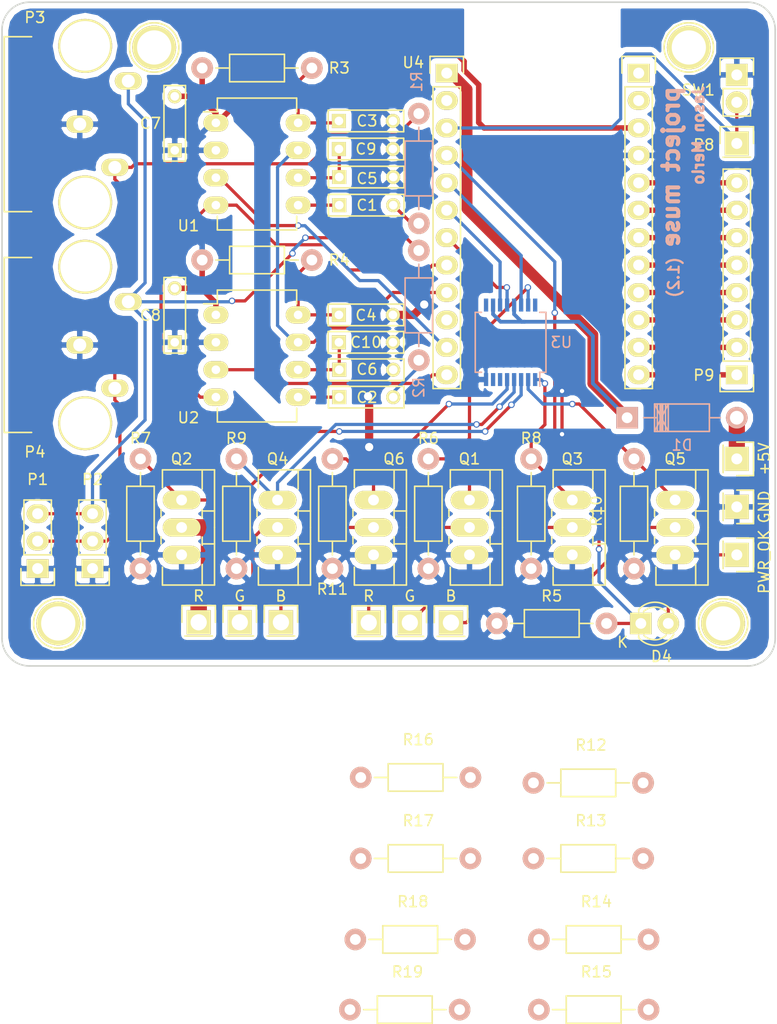
<source format=kicad_pcb>
(kicad_pcb (version 4) (host pcbnew 4.0.0-stable)
  (layers (0 F.Cu mixed) (31 B.Cu mixed) (34 B.Paste user) (35 F.Paste user) (36 B.SilkS user) (37 F.SilkS user) (38 B.Mask user) (39 F.Mask user) (44 Edge.Cuts user))
  (net 0 "")
  (net 1 "Net-(C1-Pad1)")
  (net 2 "Net-(C1-Pad2)")
  (net 3 "Net-(C2-Pad1)")
  (net 4 "Net-(C2-Pad2)")
  (net 5 "Net-(C3-Pad1)")
  (net 6 GND)
  (net 7 "Net-(C4-Pad1)")
  (net 8 "Net-(C5-Pad1)")
  (net 9 +5V)
  (net 10 "Net-(D1-Pad2)")
  (net 11 "Net-(D2-Pad2)")
  (net 12 "Net-(D3-Pad1)")
  (net 13 "Net-(D4-Pad1)")
  (net 14 "Net-(D5-Pad1)")
  (net 15 "Net-(D6-Pad1)")
  (net 16 "Net-(D7-Pad1)")
  (net 17 "Net-(D8-Pad1)")
  (net 18 /audio_l)
  (net 19 /audio_r)
  (net 20 "Net-(P8-Pad1)")
  (net 21 /LED_0)
  (net 22 /LED_1)
  (net 23 /LED_2)
  (net 24 /LED_3)
  (net 25 /LED_4)
  (net 26 /LED_5)
  (net 27 /LED_6)
  (net 28 /LED_7)
  (net 29 /LED_0_R)
  (net 30 /LED_1_R)
  (net 31 /LED_0_G)
  (net 32 /LED_1_G)
  (net 33 /LED_0_B)
  (net 34 /LED_1_B)
  (net 35 /Aout_L)
  (net 36 /STROBE)
  (net 37 /RST)
  (net 38 /Aout_R)
  (net 39 /RGB_CLK)
  (net 40 /RGB_LAT)
  (net 41 /RGB_DAT)
  (net 42 "Net-(C10-Pad1)")
  (net 43 /ATX_PWR_OK)
  (net 44 /ATX_PWR_ON)
  (net 45 "Net-(U3-Pad6)")
  (net 46 "Net-(U3-Pad7)")
  (net 47 "Net-(U3-Pad9)")
  (net 48 VCC)
  (net 49 /PS_ON)
  (net 50 "Net-(U4-Pad24)")
  (net 51 "Net-(U4-Pad23)")
  (net 52 +3.3V)
  (net 53 +12V)
  (net 54 "Net-(D1-Pad1)")
  (net 55 "Net-(D2-Pad1)")
  (net 56 "Net-(D4-Pad2)")
  (net 57 "Net-(P9-Pad1)")
  (net 58 "Net-(P9-Pad2)")
  (net 59 "Net-(P9-Pad3)")
  (net 60 "Net-(P9-Pad4)")
  (net 61 "Net-(P9-Pad5)")
  (net 62 "Net-(P9-Pad6)")
  (net 63 "Net-(P9-Pad7)")
  (net 64 "Net-(P9-Pad8)")
  (module Connect:1pin (layer F.Cu) (at 150.495 128.27)
    (fp_text reference REF** hide)
    (fp_text value 1pin)
    (pad 1 thru_hole circle (at 0 0) (size 4.064 4.064) (drill 3.17) (layers *.Cu *.Mask F.SilkS))
  )
  (module Connect:1pin (layer F.Cu) (at 88.9 128.27)
    (fp_text reference "" hide)
    (fp_text value 1pin)
    (pad 1 thru_hole circle (at 0 0) (size 4.064 4.064) (drill 3.17) (layers *.Cu *.Mask F.SilkS))
  )
  (module Pin_Headers:Pin_Header_Straight_1x01 (layer F.Cu) (at 101.911143 128.163701)
    (fp_text reference R (at 0 -2.433701) (layer F.SilkS))
    (fp_text value LED_R)
    (pad 1 thru_hole rect (at 0 0) (size 2.2352 2.2352) (drill 1.5) (layers *.Cu *.Mask F.SilkS) (net 13 "Net-(D4-Pad1)"))
  )
  (module Connect:1pin (layer F.Cu) (at 97.79 74.93)
    (fp_text reference REF** hide)
    (fp_text value 1pin)
    (pad 1 thru_hole circle (at 0 0) (size 4.064 4.064) (drill 3.17) (layers *.Cu *.Mask F.SilkS))
  )
  (module Pin_Headers:Spark_Core (layer F.Cu) (at 124.894362 77.305728)
    (fp_text reference U4 (at -3.101362 -0.978728) (layer F.SilkS))
    (fp_text value Spark_Core)
    (pad 1 thru_hole rect (at 0 0) (size 2.032 1.7272) (drill 1.016) (layers *.Cu *.Mask F.SilkS) (net 9 +5V))
    (pad 2 thru_hole oval (at 0 2.54) (size 2.032 1.7272) (drill 1.016) (layers *.Cu *.Mask F.SilkS) (net 6 GND))
    (pad 3 thru_hole oval (at 0 5.08) (size 2.032 1.7272) (drill 1.016) (layers *.Cu *.Mask F.SilkS) (net 44 /ATX_PWR_ON))
    (pad 4 thru_hole oval (at 0 7.62) (size 2.032 1.7272) (drill 1.016) (layers *.Cu *.Mask F.SilkS) (net 43 /ATX_PWR_OK))
    (pad 5 thru_hole oval (at 0 10.16) (size 2.032 1.7272) (drill 1.016) (layers *.Cu *.Mask F.SilkS) (net 41 /RGB_DAT))
    (pad 6 thru_hole oval (at 0 12.7) (size 2.032 1.7272) (drill 1.016) (layers *.Cu *.Mask F.SilkS) (net 39 /RGB_CLK))
    (pad 7 thru_hole oval (at 0 15.24) (size 2.032 1.7272) (drill 1.016) (layers *.Cu *.Mask F.SilkS) (net 40 /RGB_LAT))
    (pad 8 thru_hole oval (at 0 17.78) (size 2.032 1.7272) (drill 1.016) (layers *.Cu *.Mask F.SilkS) (net 36 /STROBE))
    (pad 9 thru_hole oval (at 0 20.32) (size 2.032 1.7272) (drill 1.016) (layers *.Cu *.Mask F.SilkS) (net 37 /RST))
    (pad 10 thru_hole oval (at 0 22.86) (size 2.032 1.7272) (drill 1.016) (layers *.Cu *.Mask F.SilkS) (net 49 /PS_ON))
    (pad 11 thru_hole oval (at 0 25.4) (size 2.032 1.7272) (drill 1.016) (layers *.Cu *.Mask F.SilkS) (net 35 /Aout_L))
    (pad 12 thru_hole oval (at 0 27.94) (size 2.032 1.7272) (drill 1.016) (layers *.Cu *.Mask F.SilkS) (net 38 /Aout_R))
    (pad 24 thru_hole rect (at 17.78 0) (size 2.032 1.7272) (drill 1.016) (layers *.Cu *.Mask F.SilkS) (net 50 "Net-(U4-Pad24)"))
    (pad 18 thru_hole oval (at 17.78 15.24) (size 2.032 1.7272) (drill 1.016) (layers *.Cu *.Mask F.SilkS) (net 26 /LED_5))
    (pad 17 thru_hole oval (at 17.78 17.78) (size 2.032 1.7272) (drill 1.016) (layers *.Cu *.Mask F.SilkS) (net 25 /LED_4))
    (pad 19 thru_hole oval (at 17.78 12.7) (size 2.032 1.7272) (drill 1.016) (layers *.Cu *.Mask F.SilkS) (net 27 /LED_6))
    (pad 16 thru_hole oval (at 17.78 20.32) (size 2.032 1.7272) (drill 1.016) (layers *.Cu *.Mask F.SilkS) (net 24 /LED_3))
    (pad 21 thru_hole oval (at 17.78 7.62) (size 2.032 1.7272) (drill 1.016) (layers *.Cu *.Mask F.SilkS) (net 6 GND))
    (pad 22 thru_hole oval (at 17.78 5.08) (size 2.032 1.7272) (drill 1.016) (layers *.Cu *.Mask F.SilkS) (net 52 +3.3V))
    (pad 23 thru_hole oval (at 17.78 2.54) (size 2.032 1.7272) (drill 1.016) (layers *.Cu *.Mask F.SilkS) (net 51 "Net-(U4-Pad23)"))
    (pad 20 thru_hole oval (at 17.78 10.16) (size 2.032 1.7272) (drill 1.016) (layers *.Cu *.Mask F.SilkS) (net 28 /LED_7))
    (pad 14 thru_hole oval (at 17.78 25.4) (size 2.032 1.7272) (drill 1.016) (layers *.Cu *.Mask F.SilkS) (net 22 /LED_1))
    (pad 15 thru_hole oval (at 17.78 22.86) (size 2.032 1.7272) (drill 1.016) (layers *.Cu *.Mask F.SilkS) (net 23 /LED_2))
    (pad 13 thru_hole oval (at 17.78 27.94) (size 2.032 1.7272) (drill 1.016) (layers *.Cu *.Mask F.SilkS) (net 21 /LED_0))
  )
  (module Capacitors_ThroughHole:C_Rect_L7_W2_P5 (layer F.Cu) (at 114.935 89.535)
    (fp_text reference C1 (at 2.57 0) (layer F.SilkS))
    (fp_text value 0.01uF)
    (pad 1 thru_hole rect (at 0 0) (size 1.3 1.3) (drill 0.8) (layers *.Cu *.Mask F.SilkS) (net 1 "Net-(C1-Pad1)"))
    (pad 2 thru_hole circle (at 5 0) (size 1.3 1.3) (drill 0.8) (layers *.Cu *.Mask F.SilkS) (net 2 "Net-(C1-Pad2)"))
  )
  (module Capacitors_ThroughHole:C_Rect_L7_W2_P5 (layer F.Cu) (at 114.935 107.315)
    (fp_text reference C2 (at 2.57 0.02) (layer F.SilkS))
    (fp_text value 0.01uF)
    (pad 1 thru_hole rect (at 0 0) (size 1.3 1.3) (drill 0.8) (layers *.Cu *.Mask F.SilkS) (net 3 "Net-(C2-Pad1)"))
    (pad 2 thru_hole circle (at 5 0) (size 1.3 1.3) (drill 0.8) (layers *.Cu *.Mask F.SilkS) (net 4 "Net-(C2-Pad2)"))
  )
  (module Capacitors_ThroughHole:C_Rect_L7_W2_P5 (layer F.Cu) (at 114.905 81.735)
    (fp_text reference C3 (at 2.6 0) (layer F.SilkS))
    (fp_text value 33pF)
    (pad 1 thru_hole rect (at 0 0) (size 1.3 1.3) (drill 0.8) (layers *.Cu *.Mask F.SilkS) (net 5 "Net-(C3-Pad1)"))
    (pad 2 thru_hole circle (at 5 0) (size 1.3 1.3) (drill 0.8) (layers *.Cu *.Mask F.SilkS) (net 6 GND))
  )
  (module Capacitors_ThroughHole:C_Rect_L7_W2_P5 (layer F.Cu) (at 114.905 99.695)
    (fp_text reference C4 (at 2.5 0.04) (layer F.SilkS))
    (fp_text value 33pF)
    (pad 1 thru_hole rect (at 0 0) (size 1.3 1.3) (drill 0.8) (layers *.Cu *.Mask F.SilkS) (net 7 "Net-(C4-Pad1)"))
    (pad 2 thru_hole circle (at 5 0) (size 1.3 1.3) (drill 0.8) (layers *.Cu *.Mask F.SilkS) (net 6 GND))
  )
  (module Capacitors_ThroughHole:C_Rect_L7_W2_P5 (layer F.Cu) (at 114.935 86.9315)
    (fp_text reference C5 (at 2.57 0.14) (layer F.SilkS))
    (fp_text value 0.1uF)
    (pad 1 thru_hole rect (at 0 0) (size 1.3 1.3) (drill 0.8) (layers *.Cu *.Mask F.SilkS) (net 8 "Net-(C5-Pad1)"))
    (pad 2 thru_hole circle (at 5 0) (size 1.3 1.3) (drill 0.8) (layers *.Cu *.Mask F.SilkS) (net 6 GND))
  )
  (module Capacitors_ThroughHole:C_Rect_L7_W2_P5 (layer F.Cu) (at 114.935 104.775)
    (fp_text reference C6 (at 2.57 -0.04) (layer F.SilkS))
    (fp_text value 0.1uF)
    (pad 1 thru_hole rect (at 0 0) (size 1.3 1.3) (drill 0.8) (layers *.Cu *.Mask F.SilkS) (net 42 "Net-(C10-Pad1)"))
    (pad 2 thru_hole circle (at 5 0) (size 1.3 1.3) (drill 0.8) (layers *.Cu *.Mask F.SilkS) (net 6 GND))
  )
  (module Capacitors_ThroughHole:C_Rect_L7_W2_P5 (layer F.Cu) (at 99.695 84.455 90)
    (fp_text reference C7 (at 2.5 -2.25 180) (layer F.SilkS))
    (fp_text value 0.1uF)
    (pad 1 thru_hole rect (at 0 0 90) (size 1.3 1.3) (drill 0.8) (layers *.Cu *.Mask F.SilkS) (net 6 GND))
    (pad 2 thru_hole circle (at 5 0 90) (size 1.3 1.3) (drill 0.8) (layers *.Cu *.Mask F.SilkS) (net 52 +3.3V))
  )
  (module Capacitors_ThroughHole:C_Rect_L7_W2_P5 (layer F.Cu) (at 99.695 102.235 90)
    (fp_text reference C8 (at 2.5 -2.25 180) (layer F.SilkS))
    (fp_text value 0.1uF)
    (pad 1 thru_hole rect (at 0 0 90) (size 1.3 1.3) (drill 0.8) (layers *.Cu *.Mask F.SilkS) (net 6 GND))
    (pad 2 thru_hole circle (at 5 0 90) (size 1.3 1.3) (drill 0.8) (layers *.Cu *.Mask F.SilkS) (net 52 +3.3V))
  )
  (module Diodes_ThroughHole:Diode_DO-41_SOD81_Horizontal_RM10 (layer B.Cu) (at 141.605 109.21746)
    (fp_text reference D1 (at 5.08 2.54254) (layer B.SilkS) (effects (justify mirror)))
    (fp_text value LED_R)
    (pad 2 thru_hole circle (at 10.16 0.00254 180) (size 1.99898 1.99898) (drill 1.27) (layers *.Cu *.Mask B.SilkS) (net 53 +12V))
    (pad 1 thru_hole rect (at 0 0.00254 180) (size 1.99898 1.99898) (drill 1.00076) (layers *.Cu *.Mask B.SilkS) (net 54 "Net-(D1-Pad1)"))
  )
  (module Pin_Headers:Pin_Header_Straight_1x01 (layer F.Cu) (at 117.663459 128.195719)
    (fp_text reference R (at 0 -2.465719) (layer F.SilkS))
    (fp_text value LED_R)
    (pad 1 thru_hole rect (at 0 0) (size 2.2352 2.2352) (drill 1.5) (layers *.Cu *.Mask F.SilkS) (net 12 "Net-(D3-Pad1)"))
  )
  (module Pin_Headers:Pin_Header_Straight_1x01 (layer F.Cu) (at 121.473459 128.195719)
    (fp_text reference G (at 0 -2.465719) (layer F.SilkS))
    (fp_text value LED_G)
    (pad 1 thru_hole rect (at 0 0) (size 2.2352 2.2352) (drill 1.5) (layers *.Cu *.Mask F.SilkS) (net 14 "Net-(D5-Pad1)"))
  )
  (module Pin_Headers:Pin_Header_Straight_1x01 (layer F.Cu) (at 105.721143 128.163701)
    (fp_text reference G (at 0 -2.433701) (layer F.SilkS))
    (fp_text value LED_G)
    (pad 1 thru_hole rect (at 0 0) (size 2.2352 2.2352) (drill 1.5) (layers *.Cu *.Mask F.SilkS) (net 15 "Net-(D6-Pad1)"))
  )
  (module Pin_Headers:Pin_Header_Straight_1x01 (layer F.Cu) (at 125.283459 128.195719)
    (fp_text reference B (at 0 -2.465719) (layer F.SilkS))
    (fp_text value LED_B)
    (pad 1 thru_hole rect (at 0 0) (size 2.2352 2.2352) (drill 1.5) (layers *.Cu *.Mask F.SilkS) (net 16 "Net-(D7-Pad1)"))
  )
  (module Pin_Headers:Pin_Header_Straight_1x01 (layer F.Cu) (at 109.531143 128.163701)
    (fp_text reference B (at 0 -2.433701) (layer F.SilkS))
    (fp_text value LED_B)
    (pad 1 thru_hole rect (at 0 0) (size 2.2352 2.2352) (drill 1.5) (layers *.Cu *.Mask F.SilkS) (net 17 "Net-(D8-Pad1)"))
  )
  (module Pin_Headers:Pin_Header_Straight_1x03 (layer F.Cu) (at 86.995 123.19 180)
    (fp_text reference P1 (at 0 8.255 180) (layer F.SilkS))
    (fp_text value 3.5mm_line)
    (pad 1 thru_hole rect (at 0 0 180) (size 2.032 1.7272) (drill 1.016) (layers *.Cu *.Mask F.SilkS) (net 6 GND))
    (pad 2 thru_hole oval (at 0 2.54 180) (size 2.032 1.7272) (drill 1.016) (layers *.Cu *.Mask F.SilkS) (net 18 /audio_l))
    (pad 3 thru_hole oval (at 0 5.08 180) (size 2.032 1.7272) (drill 1.016) (layers *.Cu *.Mask F.SilkS) (net 19 /audio_r))
  )
  (module Pin_Headers:Pin_Header_Straight_1x03 (layer F.Cu) (at 92.075 123.19 180)
    (fp_text reference P2 (at 0 8.255 180) (layer F.SilkS))
    (fp_text value 3.5mm_line)
    (pad 1 thru_hole rect (at 0 0 180) (size 2.032 1.7272) (drill 1.016) (layers *.Cu *.Mask F.SilkS) (net 6 GND))
    (pad 2 thru_hole oval (at 0 2.54 180) (size 2.032 1.7272) (drill 1.016) (layers *.Cu *.Mask F.SilkS) (net 18 /audio_l))
    (pad 3 thru_hole oval (at 0 5.08 180) (size 2.032 1.7272) (drill 1.016) (layers *.Cu *.Mask F.SilkS) (net 19 /audio_r))
  )
  (module Pin_Headers:Pin_Header_Straight_1x01 (layer F.Cu) (at 151.765 121.92 270)
    (fp_text reference PWR_OK (at 0.635 -2.54 270) (layer F.SilkS))
    (fp_text value ATX_PWR_OK)
    (pad 1 thru_hole rect (at 0 0 270) (size 2.2352 2.2352) (drill 1.016) (layers *.Cu *.Mask F.SilkS) (net 11 "Net-(D2-Pad2)"))
  )
  (module Pin_Headers:Pin_Header_Straight_1x01 (layer F.Cu) (at 151.765 113.03 270)
    (fp_text reference +5V (at 0 -2.54 270) (layer F.SilkS))
    (fp_text value ATX_PWR)
    (pad 1 thru_hole rect (at 0 0 270) (size 2.2352 2.2352) (drill 1.016) (layers *.Cu *.Mask F.SilkS) (net 10 "Net-(D1-Pad2)"))
  )
  (module Pin_Headers:Pin_Header_Straight_1x01 (layer F.Cu) (at 151.765 117.475 270)
    (fp_text reference GND (at 0 -2.54 270) (layer F.SilkS))
    (fp_text value ATX_GND)
    (pad 1 thru_hole rect (at 0 0 270) (size 2.2352 2.2352) (drill 1.016) (layers *.Cu *.Mask F.SilkS) (net 6 GND))
  )
  (module Pin_Headers:Pin_Header_Straight_1x01 (layer F.Cu) (at 151.765 83.82)
    (fp_text reference P8 (at -3.048 0.127) (layer F.SilkS))
    (fp_text value ATX_PS_ON)
    (pad 1 thru_hole rect (at 0 0) (size 2.2352 2.2352) (drill 1.016) (layers *.Cu *.Mask F.SilkS) (net 44 /ATX_PWR_ON))
  )
  (module Pin_Headers:Pin_Header_Straight_1x08 (layer F.Cu) (at 151.765 105.245728 180)
    (fp_text reference P9 (at 3.048 -0.037272 180) (layer F.SilkS))
    (fp_text value LED_Signal)
    (pad 1 thru_hole rect (at 0 0 180) (size 2.032 1.7272) (drill 1.016) (layers *.Cu *.Mask F.SilkS) (net 57 "Net-(P9-Pad1)"))
    (pad 2 thru_hole oval (at 0 2.54 180) (size 2.032 1.7272) (drill 1.016) (layers *.Cu *.Mask F.SilkS) (net 58 "Net-(P9-Pad2)"))
    (pad 3 thru_hole oval (at 0 5.08 180) (size 2.032 1.7272) (drill 1.016) (layers *.Cu *.Mask F.SilkS) (net 59 "Net-(P9-Pad3)"))
    (pad 4 thru_hole oval (at 0 7.62 180) (size 2.032 1.7272) (drill 1.016) (layers *.Cu *.Mask F.SilkS) (net 60 "Net-(P9-Pad4)"))
    (pad 5 thru_hole oval (at 0 10.16 180) (size 2.032 1.7272) (drill 1.016) (layers *.Cu *.Mask F.SilkS) (net 61 "Net-(P9-Pad5)"))
    (pad 6 thru_hole oval (at 0 12.7 180) (size 2.032 1.7272) (drill 1.016) (layers *.Cu *.Mask F.SilkS) (net 62 "Net-(P9-Pad6)"))
    (pad 7 thru_hole oval (at 0 15.24 180) (size 2.032 1.7272) (drill 1.016) (layers *.Cu *.Mask F.SilkS) (net 63 "Net-(P9-Pad7)"))
    (pad 8 thru_hole oval (at 0 17.78 180) (size 2.032 1.7272) (drill 1.016) (layers *.Cu *.Mask F.SilkS) (net 64 "Net-(P9-Pad8)"))
  )
  (module Resistors_ThroughHole:Resistor_Horizontal_RM10mm (layer B.Cu) (at 122.305 86.135 90)
    (fp_text reference R1 (at 8.03 -0.1945 90) (layer B.SilkS) (effects (justify mirror)))
    (fp_text value 22k)
    (pad 1 thru_hole circle (at -5.08 0 90) (size 1.99898 1.99898) (drill 1.00076) (layers *.Cu *.SilkS *.Mask) (net 2 "Net-(C1-Pad2)"))
    (pad 2 thru_hole circle (at 5.08 0 90) (size 1.99898 1.99898) (drill 1.00076) (layers *.Cu *.SilkS *.Mask) (net 18 /audio_l))
  )
  (module Resistors_ThroughHole:Resistor_Horizontal_RM10mm (layer B.Cu) (at 122.305 98.815 270)
    (fp_text reference R2 (at 7.611 0.004 270) (layer B.SilkS) (effects (justify mirror)))
    (fp_text value 22k)
    (pad 1 thru_hole circle (at -5.08 0 270) (size 1.99898 1.99898) (drill 1.00076) (layers *.Cu *.SilkS *.Mask) (net 19 /audio_r))
    (pad 2 thru_hole circle (at 5.08 0 270) (size 1.99898 1.99898) (drill 1.00076) (layers *.Cu *.SilkS *.Mask) (net 4 "Net-(C2-Pad2)"))
  )
  (module Resistors_ThroughHole:Resistor_Horizontal_RM10mm (layer F.Cu) (at 107.315 76.835 180)
    (fp_text reference R3 (at -7.62 0 180) (layer F.SilkS))
    (fp_text value 200k)
    (pad 1 thru_hole circle (at -5.08 0 180) (size 1.99898 1.99898) (drill 1.00076) (layers *.Cu *.SilkS *.Mask) (net 5 "Net-(C3-Pad1)"))
    (pad 2 thru_hole circle (at 5.08 0 180) (size 1.99898 1.99898) (drill 1.00076) (layers *.Cu *.SilkS *.Mask) (net 52 +3.3V))
  )
  (module Resistors_ThroughHole:Resistor_Horizontal_RM10mm (layer F.Cu) (at 107.315 94.615 180)
    (fp_text reference R4 (at -7.62 0 180) (layer F.SilkS))
    (fp_text value 200k)
    (pad 1 thru_hole circle (at -5.08 0 180) (size 1.99898 1.99898) (drill 1.00076) (layers *.Cu *.SilkS *.Mask) (net 7 "Net-(C4-Pad1)"))
    (pad 2 thru_hole circle (at 5.08 0 180) (size 1.99898 1.99898) (drill 1.00076) (layers *.Cu *.SilkS *.Mask) (net 52 +3.3V))
  )
  (module Resistors_ThroughHole:Resistor_Horizontal_RM10mm (layer F.Cu) (at 134.62 128.27)
    (fp_text reference R5 (at 0 -2.54) (layer F.SilkS))
    (fp_text value 470)
    (pad 1 thru_hole circle (at -5.08 0) (size 1.99898 1.99898) (drill 1.00076) (layers *.Cu *.SilkS *.Mask) (net 6 GND))
    (pad 2 thru_hole circle (at 5.08 0) (size 1.99898 1.99898) (drill 1.00076) (layers *.Cu *.SilkS *.Mask) (net 56 "Net-(D4-Pad2)"))
  )
  (module Resistors_ThroughHole:Resistor_Horizontal_RM10mm (layer F.Cu) (at 123.19 118.11 90)
    (fp_text reference R6 (at 6.985 0 180) (layer F.SilkS))
    (fp_text value 10k)
    (pad 1 thru_hole circle (at -5.08 0 90) (size 1.99898 1.99898) (drill 1.00076) (layers *.Cu *.SilkS *.Mask) (net 6 GND))
    (pad 2 thru_hole circle (at 5.08 0 90) (size 1.99898 1.99898) (drill 1.00076) (layers *.Cu *.SilkS *.Mask) (net 29 /LED_0_R))
  )
  (module Resistors_ThroughHole:Resistor_Horizontal_RM10mm (layer F.Cu) (at 96.52 118.11 90)
    (fp_text reference R7 (at 6.985 0 180) (layer F.SilkS))
    (fp_text value 10k)
    (pad 1 thru_hole circle (at -5.08 0 90) (size 1.99898 1.99898) (drill 1.00076) (layers *.Cu *.SilkS *.Mask) (net 6 GND))
    (pad 2 thru_hole circle (at 5.08 0 90) (size 1.99898 1.99898) (drill 1.00076) (layers *.Cu *.SilkS *.Mask) (net 30 /LED_1_R))
  )
  (module Resistors_ThroughHole:Resistor_Horizontal_RM10mm (layer F.Cu) (at 132.715 118.11 90)
    (fp_text reference R8 (at 6.985 0 180) (layer F.SilkS))
    (fp_text value 10k)
    (pad 1 thru_hole circle (at -5.08 0 90) (size 1.99898 1.99898) (drill 1.00076) (layers *.Cu *.SilkS *.Mask) (net 6 GND))
    (pad 2 thru_hole circle (at 5.08 0 90) (size 1.99898 1.99898) (drill 1.00076) (layers *.Cu *.SilkS *.Mask) (net 31 /LED_0_G))
  )
  (module Resistors_ThroughHole:Resistor_Horizontal_RM10mm (layer F.Cu) (at 105.41 118.11 90)
    (fp_text reference R9 (at 6.985 0 180) (layer F.SilkS))
    (fp_text value 10k)
    (pad 1 thru_hole circle (at -5.08 0 90) (size 1.99898 1.99898) (drill 1.00076) (layers *.Cu *.SilkS *.Mask) (net 6 GND))
    (pad 2 thru_hole circle (at 5.08 0 90) (size 1.99898 1.99898) (drill 1.00076) (layers *.Cu *.SilkS *.Mask) (net 32 /LED_1_G))
  )
  (module Resistors_ThroughHole:Resistor_Horizontal_RM10mm (layer F.Cu) (at 142.24 118.11 90)
    (fp_text reference R10 (at 0.24892 -3.50012 90) (layer F.SilkS))
    (fp_text value 10k)
    (pad 1 thru_hole circle (at -5.08 0 90) (size 1.99898 1.99898) (drill 1.00076) (layers *.Cu *.SilkS *.Mask) (net 6 GND))
    (pad 2 thru_hole circle (at 5.08 0 90) (size 1.99898 1.99898) (drill 1.00076) (layers *.Cu *.SilkS *.Mask) (net 33 /LED_0_B))
  )
  (module Resistors_ThroughHole:Resistor_Horizontal_RM10mm (layer F.Cu) (at 114.3 118.11 90)
    (fp_text reference R11 (at -6.985 0 180) (layer F.SilkS))
    (fp_text value 10k)
    (pad 1 thru_hole circle (at -5.08 0 90) (size 1.99898 1.99898) (drill 1.00076) (layers *.Cu *.SilkS *.Mask) (net 6 GND))
    (pad 2 thru_hole circle (at 5.08 0 90) (size 1.99898 1.99898) (drill 1.00076) (layers *.Cu *.SilkS *.Mask) (net 34 /LED_1_B))
  )
  (module Pin_Headers:Pin_Header_Straight_1x02 (layer F.Cu) (at 151.765 77.47)
    (fp_text reference SW1 (at -3.556 1.397) (layer F.SilkS))
    (fp_text value PWR_SW)
    (pad 1 thru_hole rect (at 0 0) (size 2.032 2.032) (drill 1.016) (layers *.Cu *.Mask F.SilkS) (net 6 GND))
    (pad 2 thru_hole oval (at 0 2.54) (size 2.032 2.032) (drill 1.016) (layers *.Cu *.Mask F.SilkS) (net 20 "Net-(P8-Pad1)"))
  )
  (module Housings_DIP:DIP-8_W7.62mm_LongPads (layer F.Cu) (at 103.505 81.915)
    (fp_text reference U1 (at -2.54 9.525) (layer F.SilkS))
    (fp_text value MSGEQ7)
    (pad 1 thru_hole oval (at 0 0) (size 2.3 1.6) (drill 0.8) (layers *.Cu *.Mask F.SilkS) (net 52 +3.3V))
    (pad 2 thru_hole oval (at 0 2.54) (size 2.3 1.6) (drill 0.8) (layers *.Cu *.Mask F.SilkS) (net 6 GND))
    (pad 3 thru_hole oval (at 0 5.08) (size 2.3 1.6) (drill 0.8) (layers *.Cu *.Mask F.SilkS) (net 35 /Aout_L))
    (pad 4 thru_hole oval (at 0 7.62) (size 2.3 1.6) (drill 0.8) (layers *.Cu *.Mask F.SilkS) (net 36 /STROBE))
    (pad 5 thru_hole oval (at 7.62 7.62) (size 2.3 1.6) (drill 0.8) (layers *.Cu *.Mask F.SilkS) (net 1 "Net-(C1-Pad1)"))
    (pad 6 thru_hole oval (at 7.62 5.08) (size 2.3 1.6) (drill 0.8) (layers *.Cu *.Mask F.SilkS) (net 8 "Net-(C5-Pad1)"))
    (pad 7 thru_hole oval (at 7.62 2.54) (size 2.3 1.6) (drill 0.8) (layers *.Cu *.Mask F.SilkS) (net 37 /RST))
    (pad 8 thru_hole oval (at 7.62 0) (size 2.3 1.6) (drill 0.8) (layers *.Cu *.Mask F.SilkS) (net 5 "Net-(C3-Pad1)"))
  )
  (module Housings_DIP:DIP-8_W7.62mm_LongPads (layer F.Cu) (at 103.505 99.695)
    (fp_text reference U2 (at -2.54 9.525) (layer F.SilkS))
    (fp_text value MSGEQ7)
    (pad 1 thru_hole oval (at 0 0) (size 2.3 1.6) (drill 0.8) (layers *.Cu *.Mask F.SilkS) (net 52 +3.3V))
    (pad 2 thru_hole oval (at 0 2.54) (size 2.3 1.6) (drill 0.8) (layers *.Cu *.Mask F.SilkS) (net 6 GND))
    (pad 3 thru_hole oval (at 0 5.08) (size 2.3 1.6) (drill 0.8) (layers *.Cu *.Mask F.SilkS) (net 38 /Aout_R))
    (pad 4 thru_hole oval (at 0 7.62) (size 2.3 1.6) (drill 0.8) (layers *.Cu *.Mask F.SilkS) (net 36 /STROBE))
    (pad 5 thru_hole oval (at 7.62 7.62) (size 2.3 1.6) (drill 0.8) (layers *.Cu *.Mask F.SilkS) (net 3 "Net-(C2-Pad1)"))
    (pad 6 thru_hole oval (at 7.62 5.08) (size 2.3 1.6) (drill 0.8) (layers *.Cu *.Mask F.SilkS) (net 42 "Net-(C10-Pad1)"))
    (pad 7 thru_hole oval (at 7.62 2.54) (size 2.3 1.6) (drill 0.8) (layers *.Cu *.Mask F.SilkS) (net 37 /RST))
    (pad 8 thru_hole oval (at 7.62 0) (size 2.3 1.6) (drill 0.8) (layers *.Cu *.Mask F.SilkS) (net 7 "Net-(C4-Pad1)"))
  )
  (module Housings_SSOP:SSOP-16_5.3x6.2mm_Pitch0.65mm (layer B.Cu) (at 130.81 102.235 90)
    (fp_text reference U3 (at 0 4.699 180) (layer B.SilkS) (effects (justify mirror)))
    (fp_text value 74LS595)
    (pad 1 smd rect (at -3.45 2.275 90) (size 1.2 0.4) (layers B.Cu B.Paste B.Mask) (net 31 /LED_0_G))
    (pad 2 smd rect (at -3.45 1.625 90) (size 1.2 0.4) (layers B.Cu B.Paste B.Mask) (net 33 /LED_0_B))
    (pad 3 smd rect (at -3.45 0.975 90) (size 1.2 0.4) (layers B.Cu B.Paste B.Mask) (net 30 /LED_1_R))
    (pad 4 smd rect (at -3.45 0.325 90) (size 1.2 0.4) (layers B.Cu B.Paste B.Mask) (net 32 /LED_1_G))
    (pad 5 smd rect (at -3.45 -0.325 90) (size 1.2 0.4) (layers B.Cu B.Paste B.Mask) (net 34 /LED_1_B))
    (pad 6 smd rect (at -3.45 -0.975 90) (size 1.2 0.4) (layers B.Cu B.Paste B.Mask) (net 45 "Net-(U3-Pad6)"))
    (pad 7 smd rect (at -3.45 -1.625 90) (size 1.2 0.4) (layers B.Cu B.Paste B.Mask) (net 46 "Net-(U3-Pad7)"))
    (pad 8 smd rect (at -3.45 -2.275 90) (size 1.2 0.4) (layers B.Cu B.Paste B.Mask) (net 6 GND))
    (pad 9 smd rect (at 3.45 -2.275 90) (size 1.2 0.4) (layers B.Cu B.Paste B.Mask) (net 47 "Net-(U3-Pad9)"))
    (pad 10 smd rect (at 3.45 -1.625 90) (size 1.2 0.4) (layers B.Cu B.Paste B.Mask) (net 9 +5V))
    (pad 11 smd rect (at 3.45 -0.975 90) (size 1.2 0.4) (layers B.Cu B.Paste B.Mask) (net 39 /RGB_CLK))
    (pad 12 smd rect (at 3.45 -0.325 90) (size 1.2 0.4) (layers B.Cu B.Paste B.Mask) (net 40 /RGB_LAT))
    (pad 13 smd rect (at 3.45 0.325 90) (size 1.2 0.4) (layers B.Cu B.Paste B.Mask) (net 9 +5V))
    (pad 14 smd rect (at 3.45 0.975 90) (size 1.2 0.4) (layers B.Cu B.Paste B.Mask) (net 41 /RGB_DAT))
    (pad 15 smd rect (at 3.45 1.625 90) (size 1.2 0.4) (layers B.Cu B.Paste B.Mask) (net 29 /LED_0_R))
    (pad 16 smd rect (at 3.45 2.275 90) (size 1.2 0.4) (layers B.Cu B.Paste B.Mask) (net 48 VCC))
  )
  (module Pin_Headers:Audio_RCA_Vertical (layer F.Cu) (at 83.893607 90.135 90)
    (fp_text reference P3 (at 17.977355 2.847393 180) (layer F.SilkS))
    (fp_text value RCA)
    (pad 2 thru_hole oval (at 4.1 10.25 90) (size 1.6 2.5) (drill oval 1.2) (layers *.Cu *.Mask F.SilkS) (net 18 /audio_l))
    (pad 3 thru_hole oval (at 12.1 11.5 90) (size 1.6 2.5) (drill oval 1.2) (layers *.Cu *.Mask F.SilkS) (net 19 /audio_r))
    (pad 0 thru_hole oval (at 15.35 7.5 90) (size 5 5) (drill oval 4.6) (layers *.Cu *.Mask F.SilkS))
    (pad 0 thru_hole oval (at 0.85 7.5 90) (size 5 5) (drill oval 4.6) (layers *.Cu *.Mask F.SilkS))
    (pad 1 thru_hole oval (at 8.1 7 90) (size 1.6 2.5) (drill oval 1.2) (layers *.Cu *.Mask F.SilkS) (net 6 GND))
  )
  (module Pin_Headers:Audio_RCA_Vertical (layer F.Cu) (at 83.893607 110.582355 90)
    (fp_text reference P4 (at -1.812645 2.847393 180) (layer F.SilkS))
    (fp_text value RCA)
    (pad 2 thru_hole oval (at 4.1 10.25 90) (size 1.6 2.5) (drill oval 1.2) (layers *.Cu *.Mask F.SilkS) (net 18 /audio_l))
    (pad 3 thru_hole oval (at 12.1 11.5 90) (size 1.6 2.5) (drill oval 1.2) (layers *.Cu *.Mask F.SilkS) (net 19 /audio_r))
    (pad 0 thru_hole oval (at 15.35 7.5 90) (size 5 5) (drill oval 4.6) (layers *.Cu *.Mask F.SilkS))
    (pad 0 thru_hole oval (at 0.85 7.5 90) (size 5 5) (drill oval 4.6) (layers *.Cu *.Mask F.SilkS))
    (pad 1 thru_hole oval (at 8.1 7 90) (size 1.6 2.5) (drill oval 1.2) (layers *.Cu *.Mask F.SilkS) (net 6 GND))
  )
  (module Transistors_TO-220:TO-220_Neutral123_Vertical_LargePads (layer F.Cu) (at 100.33 119.38 270)
    (fp_text reference Q2 (at -6.35 0 360) (layer F.SilkS))
    (fp_text value FQP30N06L)
    (pad 2 thru_hole oval (at 0 0) (size 3.50012 1.69926) (drill 1.00076) (layers *.Cu *.Mask F.SilkS) (net 14 "Net-(D5-Pad1)"))
    (pad 1 thru_hole oval (at -2.54 0) (size 3.50012 1.69926) (drill 1.00076) (layers *.Cu *.Mask F.SilkS) (net 30 /LED_1_R))
    (pad 3 thru_hole oval (at 2.54 0) (size 3.50012 1.69926) (drill 1.00076) (layers *.Cu *.Mask F.SilkS) (net 6 GND))
  )
  (module Transistors_TO-220:TO-220_Neutral123_Vertical_LargePads (layer F.Cu) (at 109.22 119.38 270)
    (fp_text reference Q4 (at -6.35 0 360) (layer F.SilkS))
    (fp_text value FQP30N06L)
    (pad 2 thru_hole oval (at 0 0) (size 3.50012 1.69926) (drill 1.00076) (layers *.Cu *.Mask F.SilkS) (net 15 "Net-(D6-Pad1)"))
    (pad 1 thru_hole oval (at -2.54 0) (size 3.50012 1.69926) (drill 1.00076) (layers *.Cu *.Mask F.SilkS) (net 32 /LED_1_G))
    (pad 3 thru_hole oval (at 2.54 0) (size 3.50012 1.69926) (drill 1.00076) (layers *.Cu *.Mask F.SilkS) (net 6 GND))
  )
  (module Transistors_TO-220:TO-220_Neutral123_Vertical_LargePads (layer F.Cu) (at 118.11 119.38 270)
    (fp_text reference Q6 (at -6.35 -1.905 360) (layer F.SilkS))
    (fp_text value FQP30N06L)
    (pad 2 thru_hole oval (at 0 0) (size 3.50012 1.69926) (drill 1.00076) (layers *.Cu *.Mask F.SilkS) (net 16 "Net-(D7-Pad1)"))
    (pad 1 thru_hole oval (at -2.54 0) (size 3.50012 1.69926) (drill 1.00076) (layers *.Cu *.Mask F.SilkS) (net 34 /LED_1_B))
    (pad 3 thru_hole oval (at 2.54 0) (size 3.50012 1.69926) (drill 1.00076) (layers *.Cu *.Mask F.SilkS) (net 6 GND))
  )
  (module Transistors_TO-220:TO-220_Neutral123_Vertical_LargePads (layer F.Cu) (at 127 119.38 270)
    (fp_text reference Q1 (at -6.35 0 360) (layer F.SilkS))
    (fp_text value FQP30N06L)
    (pad 2 thru_hole oval (at 0 0) (size 3.50012 1.69926) (drill 1.00076) (layers *.Cu *.Mask F.SilkS) (net 54 "Net-(D1-Pad1)"))
    (pad 1 thru_hole oval (at -2.54 0) (size 3.50012 1.69926) (drill 1.00076) (layers *.Cu *.Mask F.SilkS) (net 29 /LED_0_R))
    (pad 3 thru_hole oval (at 2.54 0) (size 3.50012 1.69926) (drill 1.00076) (layers *.Cu *.Mask F.SilkS) (net 6 GND))
  )
  (module Transistors_TO-220:TO-220_Neutral123_Vertical_LargePads (layer F.Cu) (at 136.525 119.38 270)
    (fp_text reference Q3 (at -6.35 0 360) (layer F.SilkS))
    (fp_text value FQP30N06L)
    (pad 2 thru_hole oval (at 0 0) (size 3.50012 1.69926) (drill 1.00076) (layers *.Cu *.Mask F.SilkS) (net 55 "Net-(D2-Pad1)"))
    (pad 1 thru_hole oval (at -2.54 0) (size 3.50012 1.69926) (drill 1.00076) (layers *.Cu *.Mask F.SilkS) (net 31 /LED_0_G))
    (pad 3 thru_hole oval (at 2.54 0) (size 3.50012 1.69926) (drill 1.00076) (layers *.Cu *.Mask F.SilkS) (net 6 GND))
  )
  (module Transistors_TO-220:TO-220_Neutral123_Vertical_LargePads (layer F.Cu) (at 146.05 119.38 270)
    (fp_text reference Q5 (at -6.35 0 360) (layer F.SilkS))
    (fp_text value FQP30N06L)
    (pad 2 thru_hole oval (at 0 0) (size 3.50012 1.69926) (drill 1.00076) (layers *.Cu *.Mask F.SilkS) (net 12 "Net-(D3-Pad1)"))
    (pad 1 thru_hole oval (at -2.54 0) (size 3.50012 1.69926) (drill 1.00076) (layers *.Cu *.Mask F.SilkS) (net 33 /LED_0_B))
    (pad 3 thru_hole oval (at 2.54 0) (size 3.50012 1.69926) (drill 1.00076) (layers *.Cu *.Mask F.SilkS) (net 6 GND))
  )
  (module Connect:1pin (layer F.Cu) (at 147.32 74.93)
    (fp_text reference REF** hide)
    (fp_text value 1pin)
    (pad 1 thru_hole circle (at 0 0) (size 4.064 4.064) (drill 3.17) (layers *.Cu *.Mask F.SilkS))
  )
  (module Capacitors_ThroughHole:C_Rect_L7_W2_P5 (layer F.Cu) (at 114.905 84.335)
    (fp_text reference C9 (at 2.5 0) (layer F.SilkS))
    (fp_text value 10uF)
    (pad 1 thru_hole rect (at 0 0) (size 1.3 1.3) (drill 0.8) (layers *.Cu *.Mask F.SilkS) (net 8 "Net-(C5-Pad1)"))
    (pad 2 thru_hole circle (at 5 0) (size 1.3 1.3) (drill 0.8) (layers *.Cu *.Mask F.SilkS) (net 6 GND))
  )
  (module Capacitors_ThroughHole:C_Rect_L7_W2_P5 (layer F.Cu) (at 114.905 102.235)
    (fp_text reference C10 (at 2.5 0) (layer F.SilkS))
    (fp_text value 10uF)
    (pad 1 thru_hole rect (at 0 0) (size 1.3 1.3) (drill 0.8) (layers *.Cu *.Mask F.SilkS) (net 42 "Net-(C10-Pad1)"))
    (pad 2 thru_hole circle (at 5 0) (size 1.3 1.3) (drill 0.8) (layers *.Cu *.Mask F.SilkS) (net 6 GND))
  )
  (module LEDs:LED-3MM (layer F.Cu) (at 142.875 128.27)
    (fp_text reference D4 (at 1.91 3.06) (layer F.SilkS))
    (fp_text value PWR_LED)
    (fp_text user K (at -1.69 1.74) (layer F.SilkS))
    (pad 1 thru_hole rect (at 0 0 90) (size 2 2) (drill 1.00076) (layers *.Cu *.Mask F.SilkS) (net 43 /ATX_PWR_OK))
    (pad 2 thru_hole circle (at 2.54 0) (size 2 2) (drill 1.00076) (layers *.Cu *.Mask F.SilkS) (net 56 "Net-(D4-Pad2)"))
  )
  (module Resistors_ThroughHole:Resistor_Horizontal_RM10mm (layer F.Cu) (at 138.005 143.035)
    (fp_text reference R12 (at 0.24892 -3.50012) (layer F.SilkS))
    (fp_text value 470)
    (pad 1 thru_hole circle (at -5.08 0) (size 1.99898 1.99898) (drill 1.00076) (layers *.Cu *.SilkS *.Mask) (net 57 "Net-(P9-Pad1)"))
    (pad 2 thru_hole circle (at 5.08 0) (size 1.99898 1.99898) (drill 1.00076) (layers *.Cu *.SilkS *.Mask) (net 21 /LED_0))
  )
  (module Resistors_ThroughHole:Resistor_Horizontal_RM10mm (layer F.Cu) (at 138.005 150.035)
    (fp_text reference R13 (at 0.24892 -3.50012) (layer F.SilkS))
    (fp_text value 470)
    (pad 1 thru_hole circle (at -5.08 0) (size 1.99898 1.99898) (drill 1.00076) (layers *.Cu *.SilkS *.Mask) (net 58 "Net-(P9-Pad2)"))
    (pad 2 thru_hole circle (at 5.08 0) (size 1.99898 1.99898) (drill 1.00076) (layers *.Cu *.SilkS *.Mask) (net 22 /LED_1))
  )
  (module Resistors_ThroughHole:Resistor_Horizontal_RM10mm (layer F.Cu) (at 138.505 157.535)
    (fp_text reference R14 (at 0.24892 -3.50012) (layer F.SilkS))
    (fp_text value 470)
    (pad 1 thru_hole circle (at -5.08 0) (size 1.99898 1.99898) (drill 1.00076) (layers *.Cu *.SilkS *.Mask) (net 59 "Net-(P9-Pad3)"))
    (pad 2 thru_hole circle (at 5.08 0) (size 1.99898 1.99898) (drill 1.00076) (layers *.Cu *.SilkS *.Mask) (net 23 /LED_2))
  )
  (module Resistors_ThroughHole:Resistor_Horizontal_RM10mm (layer F.Cu) (at 138.505 164.035)
    (fp_text reference R15 (at 0.24892 -3.50012) (layer F.SilkS))
    (fp_text value 470)
    (pad 1 thru_hole circle (at -5.08 0) (size 1.99898 1.99898) (drill 1.00076) (layers *.Cu *.SilkS *.Mask) (net 60 "Net-(P9-Pad4)"))
    (pad 2 thru_hole circle (at 5.08 0) (size 1.99898 1.99898) (drill 1.00076) (layers *.Cu *.SilkS *.Mask) (net 24 /LED_3))
  )
  (module Resistors_ThroughHole:Resistor_Horizontal_RM10mm (layer F.Cu) (at 122.005 142.535)
    (fp_text reference R16 (at 0.24892 -3.50012) (layer F.SilkS))
    (fp_text value 470)
    (pad 1 thru_hole circle (at -5.08 0) (size 1.99898 1.99898) (drill 1.00076) (layers *.Cu *.SilkS *.Mask) (net 61 "Net-(P9-Pad5)"))
    (pad 2 thru_hole circle (at 5.08 0) (size 1.99898 1.99898) (drill 1.00076) (layers *.Cu *.SilkS *.Mask) (net 25 /LED_4))
  )
  (module Resistors_ThroughHole:Resistor_Horizontal_RM10mm (layer F.Cu) (at 122.005 150.035)
    (fp_text reference R17 (at 0.24892 -3.50012) (layer F.SilkS))
    (fp_text value 470)
    (pad 1 thru_hole circle (at -5.08 0) (size 1.99898 1.99898) (drill 1.00076) (layers *.Cu *.SilkS *.Mask) (net 62 "Net-(P9-Pad6)"))
    (pad 2 thru_hole circle (at 5.08 0) (size 1.99898 1.99898) (drill 1.00076) (layers *.Cu *.SilkS *.Mask) (net 26 /LED_5))
  )
  (module Resistors_ThroughHole:Resistor_Horizontal_RM10mm (layer F.Cu) (at 121.505 157.535)
    (fp_text reference R18 (at 0.24892 -3.50012) (layer F.SilkS))
    (fp_text value 470)
    (pad 1 thru_hole circle (at -5.08 0) (size 1.99898 1.99898) (drill 1.00076) (layers *.Cu *.SilkS *.Mask) (net 63 "Net-(P9-Pad7)"))
    (pad 2 thru_hole circle (at 5.08 0) (size 1.99898 1.99898) (drill 1.00076) (layers *.Cu *.SilkS *.Mask) (net 27 /LED_6))
  )
  (module Resistors_ThroughHole:Resistor_Horizontal_RM10mm (layer F.Cu) (at 121.005 164.035)
    (fp_text reference R19 (at 0.24892 -3.50012) (layer F.SilkS))
    (fp_text value 470)
    (pad 1 thru_hole circle (at -5.08 0) (size 1.99898 1.99898) (drill 1.00076) (layers *.Cu *.SilkS *.Mask) (net 64 "Net-(P9-Pad8)"))
    (pad 2 thru_hole circle (at 5.08 0) (size 1.99898 1.99898) (drill 1.00076) (layers *.Cu *.SilkS *.Mask) (net 28 /LED_7))
  )
  (gr_text "(1.2)" (at 145.923 94.234 90) (layer B.SilkS) (effects (font (size 1 1) (thickness 0.2)) (justify left mirror)))
  (gr_text "Jason Merlo" (at 148.209 78.359 90) (layer B.SilkS) (effects (font (size 1 1) (thickness 0.25)) (justify left mirror)))
  (gr_text "project muse" (at 145.669 78.359 90) (layer B.SilkS) (effects (font (size 1.5 1.5) (thickness 0.375)) (justify left mirror)))
  (gr_arc (start 86.233 129.667) (end 86.233 132.207) (angle 90) (layer Edge.Cuts) (width 0.15))
  (gr_arc (start 152.781 129.667) (end 155.321 129.667) (angle 90) (layer Edge.Cuts) (width 0.15))
  (gr_arc (start 152.781 73.279) (end 152.781 70.739) (angle 90) (layer Edge.Cuts) (width 0.15))
  (gr_arc (start 86.233 73.279) (end 83.693 73.279) (angle 90) (layer Edge.Cuts) (width 0.15))
  (gr_line (start 83.693 129.667) (end 83.693 73.279) (layer Edge.Cuts) (width 0.15))
  (gr_line (start 152.781 132.207) (end 86.233 132.207) (layer Edge.Cuts) (width 0.15))
  (gr_line (start 155.321 73.279) (end 155.321 129.667) (layer Edge.Cuts) (width 0.15))
  (gr_line (start 86.233 70.739) (end 152.781 70.739) (layer Edge.Cuts) (width 0.15))
  (segment (start 114.935 89.535) (end 111.125 89.535) (width 0.3) (layer F.Cu) (net 1))
  (segment (start 119.935 89.535) (end 121.615 91.215) (width 0.3) (layer F.Cu) (net 2))
  (segment (start 121.615 91.215) (end 122.305 91.215) (width 0.3) (layer F.Cu) (net 2))
  (segment (start 111.125 107.315) (end 114.935 107.315) (width 0.3) (layer F.Cu) (net 3))
  (segment (start 119.935 107.315) (end 119.935 106.865) (width 0.3) (layer B.Cu) (net 4))
  (segment (start 119.935 106.865) (end 122.305 104.495) (width 0.3) (layer B.Cu) (net 4))
  (segment (start 122.305 104.495) (end 122.305 103.895) (width 0.3) (layer B.Cu) (net 4))
  (segment (start 111.125 81.915) (end 115.015 81.915) (width 0.3) (layer F.Cu) (net 5))
  (segment (start 111.125 78.105) (end 112.395 76.835) (width 0.3) (layer F.Cu) (net 5))
  (segment (start 111.125 81.915) (end 111.125 78.105) (width 0.3) (layer F.Cu) (net 5))
  (segment (start 128.535 105.685) (end 128.535 104.505) (width 0.3) (layer B.Cu) (net 6))
  (segment (start 129.408 103.632) (end 133.6675 103.632) (width 0.3) (layer B.Cu) (net 6))
  (segment (start 128.535 104.505) (end 129.408 103.632) (width 0.3) (layer B.Cu) (net 6))
  (segment (start 133.6675 103.632) (end 135.5725 105.537) (width 0.3) (layer B.Cu) (net 6))
  (segment (start 135.5725 105.537) (end 135.5725 106.7435) (width 0.3) (layer B.Cu) (net 6))
  (segment (start 135.5725 106.7435) (end 135.5725 110.744) (width 0.3) (layer F.Cu) (net 6))
  (via (at 135.5725 110.744) (size 0.6) (drill 0.4) (layers F.Cu B.Cu) (net 6))
  (via (at 135.5725 106.7435) (size 0.6) (drill 0.4) (layers F.Cu B.Cu) (net 6))
  (segment (start 119.905 99.695) (end 121.845 99.695) (width 0.762) (layer F.Cu) (net 6))
  (segment (start 122.170001 99.369999) (end 122.805 98.735) (width 0.762) (layer F.Cu) (net 6))
  (segment (start 122.170001 98.100001) (end 122.805 98.735) (width 0.3) (layer B.Cu) (net 6))
  (segment (start 121.845 99.695) (end 122.170001 99.369999) (width 0.762) (layer F.Cu) (net 6))
  (segment (start 118.405 94.335) (end 122.170001 98.100001) (width 0.3) (layer B.Cu) (net 6))
  (segment (start 118.405 88.525) (end 118.405 94.335) (width 0.3) (layer B.Cu) (net 6))
  (segment (start 119.935 86.995) (end 118.405 88.525) (width 0.3) (layer B.Cu) (net 6))
  (via (at 122.805 98.735) (size 1.27) (drill 0.762) (layers F.Cu B.Cu) (net 6))
  (segment (start 118.11 121.92) (end 121.005 121.92) (width 0.3) (layer B.Cu) (net 6))
  (segment (start 121.005 121.92) (end 121.005 115.235) (width 0.3) (layer B.Cu) (net 6))
  (segment (start 121.005 115.235) (end 117.705 111.935) (width 0.3) (layer B.Cu) (net 6))
  (segment (start 117.605 107.235) (end 119.935 104.905) (width 0.3) (layer B.Cu) (net 6))
  (segment (start 119.935 104.905) (end 119.935 104.775) (width 0.3) (layer B.Cu) (net 6))
  (segment (start 117.705 111.935) (end 117.705 107.335) (width 0.762) (layer F.Cu) (net 6))
  (segment (start 117.705 107.335) (end 117.605 107.235) (width 0.762) (layer F.Cu) (net 6))
  (via (at 117.605 107.235) (size 1.27) (drill 0.762) (layers F.Cu B.Cu) (net 6))
  (via (at 117.705 111.935) (size 1.27) (drill 0.762) (layers F.Cu B.Cu) (net 6))
  (segment (start 128.535 105.285) (end 128.535 105.685) (width 0.3) (layer B.Cu) (net 6))
  (segment (start 111.125 99.695) (end 115.015 99.695) (width 0.3) (layer F.Cu) (net 7))
  (segment (start 111.125 95.885) (end 112.395 94.615) (width 0.3) (layer F.Cu) (net 7))
  (segment (start 111.125 99.695) (end 111.125 95.885) (width 0.3) (layer F.Cu) (net 7))
  (segment (start 114.935 86.995) (end 114.935 84.365) (width 0.3) (layer F.Cu) (net 8))
  (segment (start 114.935 84.365) (end 114.905 84.335) (width 0.3) (layer F.Cu) (net 8))
  (segment (start 114.935 86.995) (end 111.125 86.995) (width 0.3) (layer F.Cu) (net 8))
  (segment (start 124.894362 77.305728) (end 125.275728 77.305728) (width 1) (layer F.Cu) (net 9))
  (segment (start 125.275728 77.305728) (end 126.775728 78.805728) (width 1) (layer F.Cu) (net 9))
  (segment (start 126.775728 78.805728) (end 126.775728 89.880728) (width 1) (layer F.Cu) (net 9))
  (segment (start 129.185 99.635) (end 129.88 100.33) (width 0.35) (layer B.Cu) (net 9))
  (segment (start 129.185 98.785) (end 129.185 99.635) (width 0.35) (layer B.Cu) (net 9))
  (segment (start 131.83 100.33) (end 132.114188 100.33) (width 0.35) (layer B.Cu) (net 9))
  (segment (start 131.135 99.635) (end 131.83 100.33) (width 0.35) (layer B.Cu) (net 9))
  (segment (start 131.135 98.785) (end 131.135 99.635) (width 0.35) (layer B.Cu) (net 9))
  (segment (start 129.88 100.33) (end 132.114188 100.33) (width 0.35) (layer B.Cu) (net 9))
  (segment (start 132.114188 100.33) (end 137.100309 100.33) (width 0.35) (layer B.Cu) (net 9))
  (segment (start 138.43 101.535) (end 138.43 106.045) (width 1) (layer F.Cu) (net 9))
  (segment (start 126.775728 89.880728) (end 138.43 101.535) (width 1) (layer F.Cu) (net 9))
  (segment (start 137.100309 100.33) (end 138.43 101.659691) (width 0.35) (layer B.Cu) (net 9))
  (segment (start 138.43 101.659691) (end 138.43 106.045) (width 0.35) (layer B.Cu) (net 9))
  (segment (start 149.225 121.92) (end 151.765 121.92) (width 0.3) (layer F.Cu) (net 11))
  (segment (start 145.415 125.73) (end 149.225 121.92) (width 0.3) (layer F.Cu) (net 11))
  (segment (start 117.663459 126.176541) (end 117.663459 128.195719) (width 0.3) (layer F.Cu) (net 12))
  (segment (start 124.46 119.38) (end 117.663459 126.176541) (width 0.3) (layer F.Cu) (net 12))
  (segment (start 146.05 119.38) (end 142.875 119.38) (width 0.3) (layer F.Cu) (net 12))
  (segment (start 142.875 119.38) (end 135.89 126.365) (width 0.3) (layer F.Cu) (net 12))
  (segment (start 135.89 126.365) (end 128.531778 126.365) (width 0.3) (layer F.Cu) (net 12))
  (segment (start 101.911143 124.148857) (end 101.911143 128.163701) (width 1.524) (layer F.Cu) (net 13))
  (segment (start 102.87 119.86994) (end 102.87 123.19) (width 1.524) (layer F.Cu) (net 13))
  (segment (start 102.87 123.19) (end 101.911143 124.148857) (width 1.524) (layer F.Cu) (net 13))
  (segment (start 102.38006 119.38) (end 102.87 119.86994) (width 1.524) (layer F.Cu) (net 13))
  (segment (start 100.33 119.38) (end 102.38006 119.38) (width 1.524) (layer F.Cu) (net 14))
  (segment (start 121.473459 128.195719) (end 125.844178 123.825) (width 0.3) (layer F.Cu) (net 14))
  (segment (start 125.844178 123.825) (end 128.905 123.825) (width 0.3) (layer F.Cu) (net 14))
  (segment (start 128.905 123.825) (end 133.35 119.38) (width 0.3) (layer F.Cu) (net 14))
  (segment (start 105.721143 125.418857) (end 105.721143 128.163701) (width 0.3) (layer F.Cu) (net 15))
  (segment (start 106.934 124.206) (end 105.721143 125.418857) (width 0.3) (layer F.Cu) (net 15))
  (segment (start 106.934 120.396) (end 106.934 124.206) (width 0.3) (layer F.Cu) (net 15))
  (segment (start 107.95 119.38) (end 106.934 120.396) (width 0.3) (layer F.Cu) (net 15))
  (segment (start 109.22 119.38) (end 107.95 119.38) (width 0.3) (layer F.Cu) (net 15))
  (segment (start 126.701059 128.195719) (end 125.283459 128.195719) (width 0.3) (layer F.Cu) (net 16))
  (segment (start 128.531778 126.365) (end 126.701059 128.195719) (width 0.3) (layer F.Cu) (net 16))
  (segment (start 118.11 119.38) (end 115.57 119.38) (width 0.3) (layer F.Cu) (net 16))
  (segment (start 115.57 119.38) (end 109.531143 125.418857) (width 0.3) (layer F.Cu) (net 16))
  (segment (start 109.531143 125.418857) (end 109.531143 128.163701) (width 0.3) (layer F.Cu) (net 17))
  (segment (start 94.143607 86.035) (end 95.693607 86.035) (width 0.3) (layer F.Cu) (net 18))
  (segment (start 95.693607 86.035) (end 96.028607 85.7) (width 0.3) (layer F.Cu) (net 18))
  (segment (start 96.028607 85.7) (end 112.2 85.7) (width 0.3) (layer F.Cu) (net 18))
  (segment (start 112.2 85.7) (end 113.5 84.4) (width 0.3) (layer F.Cu) (net 18))
  (segment (start 113.5 84.4) (end 113.5 83.4) (width 0.3) (layer F.Cu) (net 18))
  (segment (start 113.5 83.4) (end 113.9 83) (width 0.3) (layer F.Cu) (net 18))
  (segment (start 120.36 83) (end 122.305 81.055) (width 0.3) (layer F.Cu) (net 18))
  (segment (start 113.9 83) (end 120.36 83) (width 0.3) (layer F.Cu) (net 18))
  (via (at 122.305 81.055) (size 0.6) (drill 0.4) (layers F.Cu B.Cu) (net 18))
  (segment (start 94.143607 106.482355) (end 94.143607 99.858607) (width 0.3) (layer F.Cu) (net 18))
  (segment (start 94.615 87.606393) (end 94.143607 87.135) (width 0.3) (layer F.Cu) (net 18))
  (segment (start 94.143607 99.858607) (end 93.345 99.06) (width 0.3) (layer F.Cu) (net 18))
  (segment (start 94.615 96.52) (end 94.615 87.606393) (width 0.3) (layer F.Cu) (net 18))
  (segment (start 93.345 99.06) (end 93.345 97.79) (width 0.3) (layer F.Cu) (net 18))
  (segment (start 93.345 97.79) (end 94.615 96.52) (width 0.3) (layer F.Cu) (net 18))
  (segment (start 94.143607 87.135) (end 94.143607 86.035) (width 0.3) (layer F.Cu) (net 18))
  (segment (start 86.995 120.65) (end 92.075 120.65) (width 0.3) (layer F.Cu) (net 18))
  (segment (start 94.615 108.053748) (end 94.143607 107.582355) (width 0.3) (layer F.Cu) (net 18))
  (segment (start 94.615 119.426) (end 94.615 108.053748) (width 0.3) (layer F.Cu) (net 18))
  (segment (start 94.143607 107.582355) (end 94.143607 106.482355) (width 0.3) (layer F.Cu) (net 18))
  (segment (start 93.391 120.65) (end 94.615 119.426) (width 0.3) (layer F.Cu) (net 18))
  (segment (start 92.075 120.65) (end 93.391 120.65) (width 0.3) (layer F.Cu) (net 18))
  (segment (start 111.8 92.54999) (end 121.11999 92.54999) (width 0.3) (layer F.Cu) (net 19))
  (segment (start 121.11999 92.54999) (end 122.305 93.735) (width 0.3) (layer F.Cu) (net 19))
  (segment (start 110.6 94) (end 110.6 93.74999) (width 0.3) (layer B.Cu) (net 19))
  (segment (start 110.6 93.74999) (end 111.8 92.54999) (width 0.3) (layer B.Cu) (net 19))
  (via (at 111.8 92.54999) (size 0.6) (drill 0.4) (layers F.Cu B.Cu) (net 19))
  (segment (start 105 98.4) (end 106.2 98.4) (width 0.3) (layer F.Cu) (net 19))
  (segment (start 106.2 98.4) (end 110.6 94) (width 0.3) (layer F.Cu) (net 19))
  (via (at 110.6 94) (size 0.6) (drill 0.4) (layers F.Cu B.Cu) (net 19))
  (segment (start 95.393607 98.482355) (end 104.917645 98.482355) (width 0.3) (layer B.Cu) (net 19))
  (segment (start 104.917645 98.482355) (end 105 98.4) (width 0.3) (layer B.Cu) (net 19))
  (via (at 105 98.4) (size 0.6) (drill 0.4) (layers F.Cu B.Cu) (net 19))
  (segment (start 96.943607 81.703607) (end 95.393607 80.153607) (width 0.3) (layer B.Cu) (net 19))
  (segment (start 95.393607 80.153607) (end 95.393607 78.035) (width 0.3) (layer B.Cu) (net 19))
  (segment (start 86.995 118.11) (end 92.075 118.11) (width 0.3) (layer F.Cu) (net 19))
  (segment (start 95.393607 98.568607) (end 95.393607 98.482355) (width 0.3) (layer B.Cu) (net 19))
  (segment (start 96.943607 100.118607) (end 95.393607 98.568607) (width 0.3) (layer B.Cu) (net 19))
  (segment (start 96.943607 109.431393) (end 96.943607 100.118607) (width 0.3) (layer B.Cu) (net 19))
  (segment (start 92.075 114.3) (end 96.943607 109.431393) (width 0.3) (layer B.Cu) (net 19))
  (segment (start 92.075 118.11) (end 92.075 114.3) (width 0.3) (layer B.Cu) (net 19))
  (segment (start 96.943607 96.731393) (end 96.943607 81.703607) (width 0.3) (layer B.Cu) (net 19))
  (segment (start 95.393607 98.281393) (end 96.943607 96.731393) (width 0.3) (layer B.Cu) (net 19))
  (segment (start 95.393607 98.482355) (end 95.393607 98.281393) (width 0.3) (layer B.Cu) (net 19))
  (segment (start 151.765 83.82) (end 151.765 80.01) (width 0.3) (layer F.Cu) (net 20))
  (segment (start 142.674362 105.245728) (end 151.765 105.245728) (width 0.5) (layer F.Cu) (net 21))
  (segment (start 142.674362 102.705728) (end 151.765 102.705728) (width 0.5) (layer F.Cu) (net 22))
  (segment (start 142.674362 100.165728) (end 151.765 100.165728) (width 0.5) (layer F.Cu) (net 23))
  (segment (start 142.674362 97.625728) (end 151.765 97.625728) (width 0.5) (layer F.Cu) (net 24))
  (segment (start 142.674362 95.085728) (end 151.765 95.085728) (width 0.5) (layer F.Cu) (net 25))
  (segment (start 142.674362 92.545728) (end 151.765 92.545728) (width 0.5) (layer F.Cu) (net 26))
  (segment (start 142.674362 90.005728) (end 151.765 90.005728) (width 0.5) (layer F.Cu) (net 27))
  (segment (start 142.674362 87.465728) (end 151.765 87.465728) (width 0.5) (layer F.Cu) (net 28))
  (via (at 132.41001 97.155) (size 0.6) (drill 0.4) (layers F.Cu B.Cu) (net 29))
  (segment (start 132.435 97.17999) (end 132.41001 97.155) (width 0.25) (layer B.Cu) (net 29))
  (segment (start 132.435 98.785) (end 132.435 97.17999) (width 0.3) (layer B.Cu) (net 29))
  (segment (start 125.096122 113.03) (end 127 111.126122) (width 0.3) (layer F.Cu) (net 29))
  (segment (start 123.19 113.03) (end 125.096122 113.03) (width 0.3) (layer F.Cu) (net 29))
  (segment (start 127 111.126122) (end 127 116.84) (width 0.3) (layer F.Cu) (net 29))
  (segment (start 127 102.56501) (end 127 111.126122) (width 0.3) (layer F.Cu) (net 29))
  (segment (start 132.41001 97.155) (end 127 102.56501) (width 0.3) (layer F.Cu) (net 29))
  (via (at 130.884253 108.024253) (size 0.6) (drill 0.4) (layers F.Cu B.Cu) (net 30))
  (segment (start 131.785 107.123506) (end 130.884253 108.024253) (width 0.3) (layer B.Cu) (net 30))
  (segment (start 131.785 105.685) (end 131.785 107.123506) (width 0.3) (layer B.Cu) (net 30))
  (via (at 128.450013 110.49) (size 0.6) (drill 0.4) (layers F.Cu B.Cu) (net 30))
  (segment (start 128.450013 110.458493) (end 128.450013 110.49) (width 0.3) (layer F.Cu) (net 30))
  (segment (start 130.884253 108.024253) (end 128.450013 110.458493) (width 0.3) (layer F.Cu) (net 30))
  (segment (start 96.52 113.03) (end 100.33 116.84) (width 0.3) (layer F.Cu) (net 30))
  (segment (start 100.33 116.84) (end 105.41 116.84) (width 0.3) (layer F.Cu) (net 30))
  (segment (start 111.76 110.49) (end 114.935 110.49) (width 0.3) (layer F.Cu) (net 30))
  (via (at 114.935 110.49) (size 0.6) (drill 0.4) (layers F.Cu B.Cu) (net 30))
  (segment (start 105.41 116.84) (end 111.76 110.49) (width 0.3) (layer F.Cu) (net 30))
  (segment (start 128.450013 110.49) (end 114.935 110.49) (width 0.3) (layer B.Cu) (net 30))
  (via (at 133.985 106.045) (size 0.6) (drill 0.4) (layers F.Cu B.Cu) (net 31))
  (segment (start 133.625 105.685) (end 133.985 106.045) (width 0.3) (layer B.Cu) (net 31))
  (segment (start 133.085 105.685) (end 133.625 105.685) (width 0.3) (layer B.Cu) (net 31))
  (segment (start 136.525 116.84) (end 132.715 113.03) (width 0.3) (layer F.Cu) (net 31))
  (segment (start 133.985 109.855) (end 133.985 106.045) (width 0.3) (layer F.Cu) (net 31))
  (segment (start 132.715 111.125) (end 133.985 109.855) (width 0.3) (layer F.Cu) (net 31))
  (segment (start 132.715 113.03) (end 132.715 111.125) (width 0.3) (layer F.Cu) (net 31))
  (segment (start 131.135 106.854254) (end 129.789627 108.199627) (width 0.3) (layer B.Cu) (net 32))
  (via (at 129.789627 108.199627) (size 0.6) (drill 0.4) (layers F.Cu B.Cu) (net 32))
  (segment (start 131.135 105.685) (end 131.135 106.854254) (width 0.3) (layer B.Cu) (net 32))
  (segment (start 105.41 113.03) (end 109.22 116.84) (width 0.3) (layer B.Cu) (net 32))
  (segment (start 128.149276 109.839978) (end 127.65002 109.839978) (width 0.3) (layer F.Cu) (net 32))
  (via (at 127.65002 109.839978) (size 0.6) (drill 0.4) (layers F.Cu B.Cu) (net 32))
  (segment (start 129.789627 108.199627) (end 128.149276 109.839978) (width 0.3) (layer F.Cu) (net 32))
  (segment (start 109.22 115.242998) (end 114.622999 109.839999) (width 0.3) (layer B.Cu) (net 32))
  (segment (start 127.225735 109.839999) (end 127.225756 109.839978) (width 0.3) (layer B.Cu) (net 32))
  (segment (start 114.622999 109.839999) (end 127.225735 109.839999) (width 0.3) (layer B.Cu) (net 32))
  (segment (start 109.22 116.84) (end 109.22 115.242998) (width 0.3) (layer B.Cu) (net 32))
  (segment (start 127.225756 109.839978) (end 127.65002 109.839978) (width 0.3) (layer B.Cu) (net 32))
  (via (at 136.525 107.95) (size 0.6) (drill 0.4) (layers F.Cu B.Cu) (net 33))
  (segment (start 133.8 107.95) (end 136.525 107.95) (width 0.3) (layer B.Cu) (net 33))
  (segment (start 132.435 106.585) (end 133.8 107.95) (width 0.3) (layer B.Cu) (net 33))
  (segment (start 132.435 105.685) (end 132.435 106.585) (width 0.3) (layer B.Cu) (net 33))
  (segment (start 137.16 107.95) (end 142.24 113.03) (width 0.3) (layer F.Cu) (net 33))
  (segment (start 136.525 107.95) (end 137.16 107.95) (width 0.3) (layer F.Cu) (net 33))
  (segment (start 142.24 113.03) (end 146.05 116.84) (width 0.3) (layer F.Cu) (net 33))
  (via (at 125.095006 107.95) (size 0.6) (drill 0.4) (layers F.Cu B.Cu) (net 34))
  (segment (start 119.134247 113.910759) (end 125.095006 107.95) (width 0.3) (layer F.Cu) (net 34))
  (segment (start 118.11 116.84) (end 118.11 114.935006) (width 0.3) (layer F.Cu) (net 34))
  (segment (start 118.11 114.935006) (end 119.134247 113.910759) (width 0.3) (layer F.Cu) (net 34))
  (segment (start 118.745006 114.3) (end 119.134247 113.910759) (width 0.3) (layer F.Cu) (net 34))
  (segment (start 116.84 114.3) (end 118.745006 114.3) (width 0.3) (layer F.Cu) (net 34))
  (segment (start 115.57 113.03) (end 116.84 114.3) (width 0.3) (layer F.Cu) (net 34))
  (segment (start 114.3 113.03) (end 115.57 113.03) (width 0.3) (layer F.Cu) (net 34))
  (segment (start 129.12 107.95) (end 125.095006 107.95) (width 0.3) (layer B.Cu) (net 34))
  (segment (start 130.485 106.585) (end 129.12 107.95) (width 0.3) (layer B.Cu) (net 34))
  (segment (start 130.485 105.685) (end 130.485 106.585) (width 0.3) (layer B.Cu) (net 34))
  (segment (start 124.894362 102.705728) (end 124.741962 102.705728) (width 0.3) (layer B.Cu) (net 35))
  (segment (start 124.741962 102.705728) (end 118.556234 96.52) (width 0.3) (layer B.Cu) (net 35))
  (segment (start 118.556234 96.52) (end 116.84 96.52) (width 0.3) (layer B.Cu) (net 35))
  (segment (start 116.84 96.52) (end 111.76 91.44) (width 0.3) (layer B.Cu) (net 35))
  (segment (start 111.76 91.44) (end 111.14002 91.44) (width 0.3) (layer B.Cu) (net 35))
  (segment (start 111.14002 91.44) (end 111.125 91.42498) (width 0.3) (layer B.Cu) (net 35))
  (segment (start 103.505 86.995) (end 103.855 86.995) (width 0.3) (layer F.Cu) (net 35))
  (segment (start 103.855 86.995) (end 108.28498 91.42498) (width 0.3) (layer F.Cu) (net 35))
  (segment (start 108.28498 91.42498) (end 111.125 91.42498) (width 0.3) (layer F.Cu) (net 35))
  (via (at 111.125 91.42498) (size 0.6) (drill 0.4) (layers F.Cu B.Cu) (net 35))
  (segment (start 103.505 89.535) (end 105.41 89.535) (width 0.3) (layer F.Cu) (net 36))
  (segment (start 105.41 89.535) (end 109.075 93.2) (width 0.3) (layer F.Cu) (net 36))
  (segment (start 109.075 93.2) (end 113.52 93.2) (width 0.3) (layer F.Cu) (net 36))
  (segment (start 113.52 93.2) (end 115.855 95.535) (width 0.3) (layer F.Cu) (net 36))
  (segment (start 115.855 95.535) (end 123.12909 95.535) (width 0.3) (layer F.Cu) (net 36))
  (segment (start 123.12909 95.535) (end 123.578362 95.085728) (width 0.3) (layer F.Cu) (net 36))
  (segment (start 123.578362 95.085728) (end 124.894362 95.085728) (width 0.3) (layer F.Cu) (net 36))
  (segment (start 102.87 89.535) (end 103.505 89.535) (width 0.3) (layer F.Cu) (net 36))
  (segment (start 98.425 93.98) (end 102.87 89.535) (width 0.3) (layer F.Cu) (net 36))
  (segment (start 98.425 103.685) (end 98.425 93.98) (width 0.3) (layer F.Cu) (net 36))
  (segment (start 102.055 107.315) (end 98.425 103.685) (width 0.3) (layer F.Cu) (net 36))
  (segment (start 103.505 107.315) (end 102.055 107.315) (width 0.3) (layer F.Cu) (net 36))
  (segment (start 111.125 102.235) (end 112.575 102.235) (width 0.3) (layer F.Cu) (net 37))
  (segment (start 119.914272 97.625728) (end 124.894362 97.625728) (width 0.3) (layer F.Cu) (net 37))
  (segment (start 112.575 102.235) (end 113.905 100.905) (width 0.3) (layer F.Cu) (net 37))
  (segment (start 113.905 100.905) (end 116.635 100.905) (width 0.3) (layer F.Cu) (net 37))
  (segment (start 116.635 100.905) (end 119.914272 97.625728) (width 0.3) (layer F.Cu) (net 37))
  (segment (start 110.775 84.455) (end 111.125 84.455) (width 0.3) (layer B.Cu) (net 37))
  (segment (start 109.22 86.01) (end 110.775 84.455) (width 0.3) (layer B.Cu) (net 37))
  (segment (start 109.22 100.68) (end 109.22 86.01) (width 0.3) (layer B.Cu) (net 37))
  (segment (start 110.775 102.235) (end 109.22 100.68) (width 0.3) (layer B.Cu) (net 37))
  (segment (start 111.125 102.235) (end 110.775 102.235) (width 0.3) (layer B.Cu) (net 37))
  (segment (start 123.578362 105.245728) (end 124.894362 105.245728) (width 0.3) (layer F.Cu) (net 38))
  (segment (start 122.77909 106.045) (end 123.578362 105.245728) (width 0.3) (layer F.Cu) (net 38))
  (segment (start 109.855 106.045) (end 122.77909 106.045) (width 0.3) (layer F.Cu) (net 38))
  (segment (start 108.585 104.775) (end 109.855 106.045) (width 0.3) (layer F.Cu) (net 38))
  (segment (start 103.505 104.775) (end 108.585 104.775) (width 0.3) (layer F.Cu) (net 38))
  (segment (start 129.835 94.793966) (end 129.835 98.785) (width 0.3) (layer B.Cu) (net 39))
  (segment (start 125.046762 90.005728) (end 129.835 94.793966) (width 0.3) (layer B.Cu) (net 39))
  (segment (start 124.894362 90.005728) (end 125.046762 90.005728) (width 0.25) (layer B.Cu) (net 39))
  (segment (start 124.930728 92.545728) (end 124.894362 92.545728) (width 0.25) (layer F.Cu) (net 40))
  (segment (start 129.54 97.155) (end 124.930728 92.545728) (width 0.3) (layer F.Cu) (net 40))
  (segment (start 130.46001 97.155) (end 129.54 97.155) (width 0.3) (layer F.Cu) (net 40))
  (segment (start 130.485 97.17999) (end 130.46001 97.155) (width 0.25) (layer B.Cu) (net 40))
  (segment (start 130.485 98.785) (end 130.485 97.17999) (width 0.3) (layer B.Cu) (net 40))
  (via (at 130.46001 97.155) (size 0.6) (drill 0.4) (layers F.Cu B.Cu) (net 40))
  (segment (start 125.046762 87.465728) (end 124.894362 87.465728) (width 0.25) (layer B.Cu) (net 41))
  (segment (start 131.785 94.203966) (end 125.046762 87.465728) (width 0.3) (layer B.Cu) (net 41))
  (segment (start 131.785 98.785) (end 131.785 94.203966) (width 0.3) (layer B.Cu) (net 41))
  (segment (start 114.935 104.775) (end 114.935 102.165) (width 0.3) (layer F.Cu) (net 42))
  (segment (start 114.935 102.165) (end 114.905 102.135) (width 0.3) (layer F.Cu) (net 42))
  (segment (start 114.935 104.775) (end 111.125 104.775) (width 0.3) (layer F.Cu) (net 42))
  (segment (start 134.9 99.5) (end 134.9 111.9) (width 0.3) (layer F.Cu) (net 43))
  (segment (start 134.9 111.9) (end 139 116) (width 0.3) (layer F.Cu) (net 43))
  (segment (start 124.894362 84.925728) (end 125.046762 84.925728) (width 0.3) (layer B.Cu) (net 43))
  (segment (start 125.046762 84.925728) (end 134.9 94.778966) (width 0.3) (layer B.Cu) (net 43))
  (segment (start 134.9 94.778966) (end 134.9 99.5) (width 0.3) (layer B.Cu) (net 43))
  (via (at 134.9 99.5) (size 0.6) (drill 0.4) (layers F.Cu B.Cu) (net 43))
  (segment (start 139 116) (end 139 121.4) (width 0.3) (layer F.Cu) (net 43))
  (segment (start 139 121.4) (end 139 124.395) (width 0.3) (layer B.Cu) (net 43))
  (segment (start 139 124.395) (end 142.875 128.27) (width 0.3) (layer B.Cu) (net 43))
  (via (at 139 121.4) (size 0.6) (drill 0.4) (layers F.Cu B.Cu) (net 43))
  (segment (start 124.894362 82.385728) (end 140.154272 82.385728) (width 0.3) (layer B.Cu) (net 44))
  (segment (start 140.154272 82.385728) (end 141.005 81.535) (width 0.3) (layer B.Cu) (net 44))
  (segment (start 141.005 81.535) (end 141.005 76.035) (width 0.3) (layer B.Cu) (net 44))
  (segment (start 141.005 76.035) (end 141.505 75.535) (width 0.3) (layer B.Cu) (net 44))
  (segment (start 143.805 75.535) (end 151.765 83.495) (width 0.3) (layer B.Cu) (net 44))
  (segment (start 141.505 75.535) (end 143.805 75.535) (width 0.3) (layer B.Cu) (net 44))
  (segment (start 151.765 83.495) (end 151.765 83.82) (width 0.3) (layer B.Cu) (net 44))
  (segment (start 103.505 81.915) (end 103.155 81.915) (width 0.508) (layer B.Cu) (net 52))
  (segment (start 101.505 92.471508) (end 102.235 93.201508) (width 0.508) (layer B.Cu) (net 52))
  (segment (start 103.155 81.915) (end 101.505 83.565) (width 0.508) (layer B.Cu) (net 52))
  (segment (start 101.505 83.565) (end 101.505 92.471508) (width 0.508) (layer B.Cu) (net 52))
  (segment (start 102.235 93.201508) (end 102.235 94.615) (width 0.508) (layer B.Cu) (net 52))
  (segment (start 102.145 97.235) (end 102.235 97.145) (width 0.508) (layer F.Cu) (net 52))
  (segment (start 102.235 97.145) (end 102.235 94.615) (width 0.508) (layer F.Cu) (net 52))
  (segment (start 103.505 99.695) (end 103.505 98.595) (width 0.508) (layer F.Cu) (net 52))
  (segment (start 103.505 98.595) (end 102.145 97.235) (width 0.508) (layer F.Cu) (net 52))
  (segment (start 102.145 97.235) (end 100.614238 97.235) (width 0.508) (layer F.Cu) (net 52))
  (segment (start 100.614238 97.235) (end 99.695 97.235) (width 0.508) (layer F.Cu) (net 52))
  (segment (start 102.505 80.035) (end 102.235 79.765) (width 0.508) (layer F.Cu) (net 52))
  (segment (start 103.005 80.535) (end 102.505 80.035) (width 0.508) (layer F.Cu) (net 52))
  (segment (start 102.505 80.035) (end 101.925 79.455) (width 0.508) (layer F.Cu) (net 52))
  (segment (start 101.925 79.455) (end 99.695 79.455) (width 0.508) (layer F.Cu) (net 52))
  (segment (start 103.005 80.535) (end 103.505 81.035) (width 0.508) (layer F.Cu) (net 52))
  (segment (start 102.235 79.765) (end 102.235 76.835) (width 0.508) (layer F.Cu) (net 52))
  (segment (start 101.925 79.455) (end 102.235 79.765) (width 0.508) (layer F.Cu) (net 52))
  (segment (start 103.505 81.035) (end 103.505 81.915) (width 0.508) (layer F.Cu) (net 52))
  (segment (start 103.625 81.915) (end 110.505 75.035) (width 0.508) (layer F.Cu) (net 52))
  (segment (start 110.505 75.035) (end 125.320436 75.035) (width 0.508) (layer F.Cu) (net 52))
  (segment (start 127.855728 81.885728) (end 128.355728 82.385728) (width 0.508) (layer F.Cu) (net 52))
  (segment (start 128.355728 82.385728) (end 133.505 82.385728) (width 0.508) (layer F.Cu) (net 52))
  (segment (start 125.320436 75.035) (end 126.505 76.219564) (width 0.508) (layer F.Cu) (net 52))
  (segment (start 126.505 76.219564) (end 126.505 77.035) (width 0.508) (layer F.Cu) (net 52))
  (segment (start 126.505 77.035) (end 127.855728 78.385728) (width 0.508) (layer F.Cu) (net 52))
  (segment (start 127.855728 78.385728) (end 127.855728 81.885728) (width 0.508) (layer F.Cu) (net 52))
  (segment (start 133.505 82.385728) (end 142.674362 82.385728) (width 0.508) (layer F.Cu) (net 52))
  (segment (start 103.505 81.915) (end 103.625 81.915) (width 0.3) (layer F.Cu) (net 52))
  (segment (start 103.855 81.915) (end 103.505 81.915) (width 1) (layer F.Cu) (net 52))
  (segment (start 151.765 113.03) (end 151.765 109.22) (width 1.5) (layer F.Cu) (net 53))
  (segment (start 138.43 106.045) (end 141.605 109.22) (width 1) (layer F.Cu) (net 54))
  (segment (start 138.43 106.045) (end 141.605 109.22) (width 0.35) (layer B.Cu) (net 54))
  (segment (start 127 119.38) (end 124.46 119.38) (width 0.3) (layer F.Cu) (net 54))
  (segment (start 133.35 119.38) (end 136.525 119.38) (width 0.3) (layer F.Cu) (net 55))
  (segment (start 145.415 128.27) (end 145.415 125.73) (width 0.3) (layer F.Cu) (net 56))
  (segment (start 139.7 128.27) (end 142.875 128.27) (width 0.3) (layer F.Cu) (net 56))
  (zone (net 6) (net_name GND) (layer B.Cu) (connect_pads (clearance 0.508)) (min_thickness 0.254) (fill yes (arc_segments 16) (thermal_gap 0.508) (thermal_bridge_width 0.508))
    (polygon (pts (xy 83.505 70.535) (xy 83.505 132.535) (xy 155.505 132.535) (xy 155.505 70.535) (xy 141.005 70.535) (xy 141.005 81.535) (xy 126.505 81.535) (xy 126.505 70.535)))
  )
)
</source>
